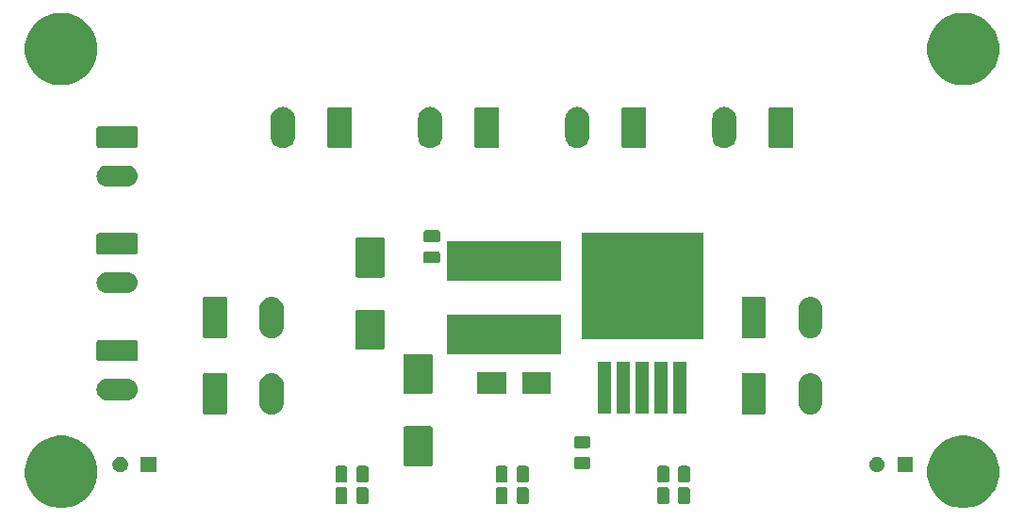
<source format=gbr>
G04 #@! TF.GenerationSoftware,KiCad,Pcbnew,(5.1.4)-1*
G04 #@! TF.CreationDate,2020-03-23T02:46:53+01:00*
G04 #@! TF.ProjectId,dispatch,64697370-6174-4636-982e-6b696361645f,rev?*
G04 #@! TF.SameCoordinates,Original*
G04 #@! TF.FileFunction,Soldermask,Top*
G04 #@! TF.FilePolarity,Negative*
%FSLAX46Y46*%
G04 Gerber Fmt 4.6, Leading zero omitted, Abs format (unit mm)*
G04 Created by KiCad (PCBNEW (5.1.4)-1) date 2020-03-23 02:46:53*
%MOMM*%
%LPD*%
G04 APERTURE LIST*
%ADD10C,0.100000*%
G04 APERTURE END LIST*
D10*
G36*
X54008088Y-88286374D02*
G01*
X54448282Y-88373934D01*
X55039926Y-88619001D01*
X55572392Y-88974784D01*
X56025216Y-89427608D01*
X56380999Y-89960074D01*
X56626066Y-90551718D01*
X56626066Y-90551719D01*
X56745098Y-91150130D01*
X56751000Y-91179804D01*
X56751000Y-91820196D01*
X56626066Y-92448282D01*
X56380999Y-93039926D01*
X56025216Y-93572392D01*
X55572392Y-94025216D01*
X55039926Y-94380999D01*
X54448282Y-94626066D01*
X54134239Y-94688533D01*
X53820197Y-94751000D01*
X53179803Y-94751000D01*
X52865761Y-94688533D01*
X52551718Y-94626066D01*
X51960074Y-94380999D01*
X51427608Y-94025216D01*
X50974784Y-93572392D01*
X50619001Y-93039926D01*
X50373934Y-92448282D01*
X50249000Y-91820196D01*
X50249000Y-91179804D01*
X50254903Y-91150130D01*
X50373934Y-90551719D01*
X50373934Y-90551718D01*
X50619001Y-89960074D01*
X50974784Y-89427608D01*
X51427608Y-88974784D01*
X51960074Y-88619001D01*
X52551718Y-88373934D01*
X52991912Y-88286374D01*
X53179803Y-88249000D01*
X53820197Y-88249000D01*
X54008088Y-88286374D01*
X54008088Y-88286374D01*
G37*
G36*
X135008088Y-88286374D02*
G01*
X135448282Y-88373934D01*
X136039926Y-88619001D01*
X136572392Y-88974784D01*
X137025216Y-89427608D01*
X137380999Y-89960074D01*
X137626066Y-90551718D01*
X137626066Y-90551719D01*
X137745098Y-91150130D01*
X137751000Y-91179804D01*
X137751000Y-91820196D01*
X137626066Y-92448282D01*
X137380999Y-93039926D01*
X137025216Y-93572392D01*
X136572392Y-94025216D01*
X136039926Y-94380999D01*
X135448282Y-94626066D01*
X135134239Y-94688533D01*
X134820197Y-94751000D01*
X134179803Y-94751000D01*
X133865761Y-94688533D01*
X133551718Y-94626066D01*
X132960074Y-94380999D01*
X132427608Y-94025216D01*
X131974784Y-93572392D01*
X131619001Y-93039926D01*
X131373934Y-92448282D01*
X131249000Y-91820196D01*
X131249000Y-91179804D01*
X131254903Y-91150130D01*
X131373934Y-90551719D01*
X131373934Y-90551718D01*
X131619001Y-89960074D01*
X131974784Y-89427608D01*
X132427608Y-88974784D01*
X132960074Y-88619001D01*
X133551718Y-88373934D01*
X133991912Y-88286374D01*
X134179803Y-88249000D01*
X134820197Y-88249000D01*
X135008088Y-88286374D01*
X135008088Y-88286374D01*
G37*
G36*
X109792868Y-92896965D02*
G01*
X109831538Y-92908696D01*
X109867177Y-92927746D01*
X109898417Y-92953383D01*
X109924054Y-92984623D01*
X109943104Y-93020262D01*
X109954835Y-93058932D01*
X109959400Y-93105288D01*
X109959400Y-94181512D01*
X109954835Y-94227868D01*
X109943104Y-94266538D01*
X109924054Y-94302177D01*
X109898417Y-94333417D01*
X109867177Y-94359054D01*
X109831538Y-94378104D01*
X109792868Y-94389835D01*
X109746512Y-94394400D01*
X109095288Y-94394400D01*
X109048932Y-94389835D01*
X109010262Y-94378104D01*
X108974623Y-94359054D01*
X108943383Y-94333417D01*
X108917746Y-94302177D01*
X108898696Y-94266538D01*
X108886965Y-94227868D01*
X108882400Y-94181512D01*
X108882400Y-93105288D01*
X108886965Y-93058932D01*
X108898696Y-93020262D01*
X108917746Y-92984623D01*
X108943383Y-92953383D01*
X108974623Y-92927746D01*
X109010262Y-92908696D01*
X109048932Y-92896965D01*
X109095288Y-92892400D01*
X109746512Y-92892400D01*
X109792868Y-92896965D01*
X109792868Y-92896965D01*
G37*
G36*
X93434468Y-92896965D02*
G01*
X93473138Y-92908696D01*
X93508777Y-92927746D01*
X93540017Y-92953383D01*
X93565654Y-92984623D01*
X93584704Y-93020262D01*
X93596435Y-93058932D01*
X93601000Y-93105288D01*
X93601000Y-94181512D01*
X93596435Y-94227868D01*
X93584704Y-94266538D01*
X93565654Y-94302177D01*
X93540017Y-94333417D01*
X93508777Y-94359054D01*
X93473138Y-94378104D01*
X93434468Y-94389835D01*
X93388112Y-94394400D01*
X92736888Y-94394400D01*
X92690532Y-94389835D01*
X92651862Y-94378104D01*
X92616223Y-94359054D01*
X92584983Y-94333417D01*
X92559346Y-94302177D01*
X92540296Y-94266538D01*
X92528565Y-94227868D01*
X92524000Y-94181512D01*
X92524000Y-93105288D01*
X92528565Y-93058932D01*
X92540296Y-93020262D01*
X92559346Y-92984623D01*
X92584983Y-92953383D01*
X92616223Y-92927746D01*
X92651862Y-92908696D01*
X92690532Y-92896965D01*
X92736888Y-92892400D01*
X93388112Y-92892400D01*
X93434468Y-92896965D01*
X93434468Y-92896965D01*
G37*
G36*
X80914468Y-92896965D02*
G01*
X80953138Y-92908696D01*
X80988777Y-92927746D01*
X81020017Y-92953383D01*
X81045654Y-92984623D01*
X81064704Y-93020262D01*
X81076435Y-93058932D01*
X81081000Y-93105288D01*
X81081000Y-94181512D01*
X81076435Y-94227868D01*
X81064704Y-94266538D01*
X81045654Y-94302177D01*
X81020017Y-94333417D01*
X80988777Y-94359054D01*
X80953138Y-94378104D01*
X80914468Y-94389835D01*
X80868112Y-94394400D01*
X80216888Y-94394400D01*
X80170532Y-94389835D01*
X80131862Y-94378104D01*
X80096223Y-94359054D01*
X80064983Y-94333417D01*
X80039346Y-94302177D01*
X80020296Y-94266538D01*
X80008565Y-94227868D01*
X80004000Y-94181512D01*
X80004000Y-93105288D01*
X80008565Y-93058932D01*
X80020296Y-93020262D01*
X80039346Y-92984623D01*
X80064983Y-92953383D01*
X80096223Y-92927746D01*
X80131862Y-92908696D01*
X80170532Y-92896965D01*
X80216888Y-92892400D01*
X80868112Y-92892400D01*
X80914468Y-92896965D01*
X80914468Y-92896965D01*
G37*
G36*
X79039468Y-92896965D02*
G01*
X79078138Y-92908696D01*
X79113777Y-92927746D01*
X79145017Y-92953383D01*
X79170654Y-92984623D01*
X79189704Y-93020262D01*
X79201435Y-93058932D01*
X79206000Y-93105288D01*
X79206000Y-94181512D01*
X79201435Y-94227868D01*
X79189704Y-94266538D01*
X79170654Y-94302177D01*
X79145017Y-94333417D01*
X79113777Y-94359054D01*
X79078138Y-94378104D01*
X79039468Y-94389835D01*
X78993112Y-94394400D01*
X78341888Y-94394400D01*
X78295532Y-94389835D01*
X78256862Y-94378104D01*
X78221223Y-94359054D01*
X78189983Y-94333417D01*
X78164346Y-94302177D01*
X78145296Y-94266538D01*
X78133565Y-94227868D01*
X78129000Y-94181512D01*
X78129000Y-93105288D01*
X78133565Y-93058932D01*
X78145296Y-93020262D01*
X78164346Y-92984623D01*
X78189983Y-92953383D01*
X78221223Y-92927746D01*
X78256862Y-92908696D01*
X78295532Y-92896965D01*
X78341888Y-92892400D01*
X78993112Y-92892400D01*
X79039468Y-92896965D01*
X79039468Y-92896965D01*
G37*
G36*
X107917868Y-92896965D02*
G01*
X107956538Y-92908696D01*
X107992177Y-92927746D01*
X108023417Y-92953383D01*
X108049054Y-92984623D01*
X108068104Y-93020262D01*
X108079835Y-93058932D01*
X108084400Y-93105288D01*
X108084400Y-94181512D01*
X108079835Y-94227868D01*
X108068104Y-94266538D01*
X108049054Y-94302177D01*
X108023417Y-94333417D01*
X107992177Y-94359054D01*
X107956538Y-94378104D01*
X107917868Y-94389835D01*
X107871512Y-94394400D01*
X107220288Y-94394400D01*
X107173932Y-94389835D01*
X107135262Y-94378104D01*
X107099623Y-94359054D01*
X107068383Y-94333417D01*
X107042746Y-94302177D01*
X107023696Y-94266538D01*
X107011965Y-94227868D01*
X107007400Y-94181512D01*
X107007400Y-93105288D01*
X107011965Y-93058932D01*
X107023696Y-93020262D01*
X107042746Y-92984623D01*
X107068383Y-92953383D01*
X107099623Y-92927746D01*
X107135262Y-92908696D01*
X107173932Y-92896965D01*
X107220288Y-92892400D01*
X107871512Y-92892400D01*
X107917868Y-92896965D01*
X107917868Y-92896965D01*
G37*
G36*
X95309468Y-92896965D02*
G01*
X95348138Y-92908696D01*
X95383777Y-92927746D01*
X95415017Y-92953383D01*
X95440654Y-92984623D01*
X95459704Y-93020262D01*
X95471435Y-93058932D01*
X95476000Y-93105288D01*
X95476000Y-94181512D01*
X95471435Y-94227868D01*
X95459704Y-94266538D01*
X95440654Y-94302177D01*
X95415017Y-94333417D01*
X95383777Y-94359054D01*
X95348138Y-94378104D01*
X95309468Y-94389835D01*
X95263112Y-94394400D01*
X94611888Y-94394400D01*
X94565532Y-94389835D01*
X94526862Y-94378104D01*
X94491223Y-94359054D01*
X94459983Y-94333417D01*
X94434346Y-94302177D01*
X94415296Y-94266538D01*
X94403565Y-94227868D01*
X94399000Y-94181512D01*
X94399000Y-93105288D01*
X94403565Y-93058932D01*
X94415296Y-93020262D01*
X94434346Y-92984623D01*
X94459983Y-92953383D01*
X94491223Y-92927746D01*
X94526862Y-92908696D01*
X94565532Y-92896965D01*
X94611888Y-92892400D01*
X95263112Y-92892400D01*
X95309468Y-92896965D01*
X95309468Y-92896965D01*
G37*
G36*
X93434468Y-90966565D02*
G01*
X93473138Y-90978296D01*
X93508777Y-90997346D01*
X93540017Y-91022983D01*
X93565654Y-91054223D01*
X93584704Y-91089862D01*
X93596435Y-91128532D01*
X93601000Y-91174888D01*
X93601000Y-92251112D01*
X93596435Y-92297468D01*
X93584704Y-92336138D01*
X93565654Y-92371777D01*
X93540017Y-92403017D01*
X93508777Y-92428654D01*
X93473138Y-92447704D01*
X93434468Y-92459435D01*
X93388112Y-92464000D01*
X92736888Y-92464000D01*
X92690532Y-92459435D01*
X92651862Y-92447704D01*
X92616223Y-92428654D01*
X92584983Y-92403017D01*
X92559346Y-92371777D01*
X92540296Y-92336138D01*
X92528565Y-92297468D01*
X92524000Y-92251112D01*
X92524000Y-91174888D01*
X92528565Y-91128532D01*
X92540296Y-91089862D01*
X92559346Y-91054223D01*
X92584983Y-91022983D01*
X92616223Y-90997346D01*
X92651862Y-90978296D01*
X92690532Y-90966565D01*
X92736888Y-90962000D01*
X93388112Y-90962000D01*
X93434468Y-90966565D01*
X93434468Y-90966565D01*
G37*
G36*
X95309468Y-90966565D02*
G01*
X95348138Y-90978296D01*
X95383777Y-90997346D01*
X95415017Y-91022983D01*
X95440654Y-91054223D01*
X95459704Y-91089862D01*
X95471435Y-91128532D01*
X95476000Y-91174888D01*
X95476000Y-92251112D01*
X95471435Y-92297468D01*
X95459704Y-92336138D01*
X95440654Y-92371777D01*
X95415017Y-92403017D01*
X95383777Y-92428654D01*
X95348138Y-92447704D01*
X95309468Y-92459435D01*
X95263112Y-92464000D01*
X94611888Y-92464000D01*
X94565532Y-92459435D01*
X94526862Y-92447704D01*
X94491223Y-92428654D01*
X94459983Y-92403017D01*
X94434346Y-92371777D01*
X94415296Y-92336138D01*
X94403565Y-92297468D01*
X94399000Y-92251112D01*
X94399000Y-91174888D01*
X94403565Y-91128532D01*
X94415296Y-91089862D01*
X94434346Y-91054223D01*
X94459983Y-91022983D01*
X94491223Y-90997346D01*
X94526862Y-90978296D01*
X94565532Y-90966565D01*
X94611888Y-90962000D01*
X95263112Y-90962000D01*
X95309468Y-90966565D01*
X95309468Y-90966565D01*
G37*
G36*
X80914468Y-90966565D02*
G01*
X80953138Y-90978296D01*
X80988777Y-90997346D01*
X81020017Y-91022983D01*
X81045654Y-91054223D01*
X81064704Y-91089862D01*
X81076435Y-91128532D01*
X81081000Y-91174888D01*
X81081000Y-92251112D01*
X81076435Y-92297468D01*
X81064704Y-92336138D01*
X81045654Y-92371777D01*
X81020017Y-92403017D01*
X80988777Y-92428654D01*
X80953138Y-92447704D01*
X80914468Y-92459435D01*
X80868112Y-92464000D01*
X80216888Y-92464000D01*
X80170532Y-92459435D01*
X80131862Y-92447704D01*
X80096223Y-92428654D01*
X80064983Y-92403017D01*
X80039346Y-92371777D01*
X80020296Y-92336138D01*
X80008565Y-92297468D01*
X80004000Y-92251112D01*
X80004000Y-91174888D01*
X80008565Y-91128532D01*
X80020296Y-91089862D01*
X80039346Y-91054223D01*
X80064983Y-91022983D01*
X80096223Y-90997346D01*
X80131862Y-90978296D01*
X80170532Y-90966565D01*
X80216888Y-90962000D01*
X80868112Y-90962000D01*
X80914468Y-90966565D01*
X80914468Y-90966565D01*
G37*
G36*
X79039468Y-90966565D02*
G01*
X79078138Y-90978296D01*
X79113777Y-90997346D01*
X79145017Y-91022983D01*
X79170654Y-91054223D01*
X79189704Y-91089862D01*
X79201435Y-91128532D01*
X79206000Y-91174888D01*
X79206000Y-92251112D01*
X79201435Y-92297468D01*
X79189704Y-92336138D01*
X79170654Y-92371777D01*
X79145017Y-92403017D01*
X79113777Y-92428654D01*
X79078138Y-92447704D01*
X79039468Y-92459435D01*
X78993112Y-92464000D01*
X78341888Y-92464000D01*
X78295532Y-92459435D01*
X78256862Y-92447704D01*
X78221223Y-92428654D01*
X78189983Y-92403017D01*
X78164346Y-92371777D01*
X78145296Y-92336138D01*
X78133565Y-92297468D01*
X78129000Y-92251112D01*
X78129000Y-91174888D01*
X78133565Y-91128532D01*
X78145296Y-91089862D01*
X78164346Y-91054223D01*
X78189983Y-91022983D01*
X78221223Y-90997346D01*
X78256862Y-90978296D01*
X78295532Y-90966565D01*
X78341888Y-90962000D01*
X78993112Y-90962000D01*
X79039468Y-90966565D01*
X79039468Y-90966565D01*
G37*
G36*
X109795168Y-90966565D02*
G01*
X109833838Y-90978296D01*
X109869477Y-90997346D01*
X109900717Y-91022983D01*
X109926354Y-91054223D01*
X109945404Y-91089862D01*
X109957135Y-91128532D01*
X109961700Y-91174888D01*
X109961700Y-92251112D01*
X109957135Y-92297468D01*
X109945404Y-92336138D01*
X109926354Y-92371777D01*
X109900717Y-92403017D01*
X109869477Y-92428654D01*
X109833838Y-92447704D01*
X109795168Y-92459435D01*
X109748812Y-92464000D01*
X109097588Y-92464000D01*
X109051232Y-92459435D01*
X109012562Y-92447704D01*
X108976923Y-92428654D01*
X108945683Y-92403017D01*
X108920046Y-92371777D01*
X108900996Y-92336138D01*
X108889265Y-92297468D01*
X108884700Y-92251112D01*
X108884700Y-91174888D01*
X108889265Y-91128532D01*
X108900996Y-91089862D01*
X108920046Y-91054223D01*
X108945683Y-91022983D01*
X108976923Y-90997346D01*
X109012562Y-90978296D01*
X109051232Y-90966565D01*
X109097588Y-90962000D01*
X109748812Y-90962000D01*
X109795168Y-90966565D01*
X109795168Y-90966565D01*
G37*
G36*
X107920168Y-90966565D02*
G01*
X107958838Y-90978296D01*
X107994477Y-90997346D01*
X108025717Y-91022983D01*
X108051354Y-91054223D01*
X108070404Y-91089862D01*
X108082135Y-91128532D01*
X108086700Y-91174888D01*
X108086700Y-92251112D01*
X108082135Y-92297468D01*
X108070404Y-92336138D01*
X108051354Y-92371777D01*
X108025717Y-92403017D01*
X107994477Y-92428654D01*
X107958838Y-92447704D01*
X107920168Y-92459435D01*
X107873812Y-92464000D01*
X107222588Y-92464000D01*
X107176232Y-92459435D01*
X107137562Y-92447704D01*
X107101923Y-92428654D01*
X107070683Y-92403017D01*
X107045046Y-92371777D01*
X107025996Y-92336138D01*
X107014265Y-92297468D01*
X107009700Y-92251112D01*
X107009700Y-91174888D01*
X107014265Y-91128532D01*
X107025996Y-91089862D01*
X107045046Y-91054223D01*
X107070683Y-91022983D01*
X107101923Y-90997346D01*
X107137562Y-90978296D01*
X107176232Y-90966565D01*
X107222588Y-90962000D01*
X107873812Y-90962000D01*
X107920168Y-90966565D01*
X107920168Y-90966565D01*
G37*
G36*
X129974500Y-91512500D02*
G01*
X128597500Y-91512500D01*
X128597500Y-90135500D01*
X129974500Y-90135500D01*
X129974500Y-91512500D01*
X129974500Y-91512500D01*
G37*
G36*
X126946825Y-90161958D02*
G01*
X126946827Y-90161959D01*
X126946828Y-90161959D01*
X127009478Y-90187910D01*
X127072130Y-90213861D01*
X127164922Y-90275863D01*
X127184893Y-90289207D01*
X127280793Y-90385107D01*
X127280795Y-90385110D01*
X127356139Y-90497870D01*
X127408042Y-90623175D01*
X127434500Y-90756187D01*
X127434500Y-90891813D01*
X127408042Y-91024825D01*
X127356139Y-91150130D01*
X127301936Y-91231250D01*
X127280793Y-91262893D01*
X127184893Y-91358793D01*
X127184890Y-91358795D01*
X127072130Y-91434139D01*
X127009477Y-91460091D01*
X126946828Y-91486041D01*
X126946827Y-91486041D01*
X126946825Y-91486042D01*
X126813813Y-91512500D01*
X126678187Y-91512500D01*
X126545175Y-91486042D01*
X126545173Y-91486041D01*
X126545172Y-91486041D01*
X126482523Y-91460091D01*
X126419870Y-91434139D01*
X126307110Y-91358795D01*
X126307107Y-91358793D01*
X126211207Y-91262893D01*
X126190064Y-91231250D01*
X126135861Y-91150130D01*
X126083958Y-91024825D01*
X126057500Y-90891813D01*
X126057500Y-90756187D01*
X126083958Y-90623175D01*
X126135861Y-90497870D01*
X126211205Y-90385110D01*
X126211207Y-90385107D01*
X126307107Y-90289207D01*
X126327078Y-90275863D01*
X126419870Y-90213861D01*
X126482522Y-90187910D01*
X126545172Y-90161959D01*
X126545173Y-90161959D01*
X126545175Y-90161958D01*
X126678187Y-90135500D01*
X126813813Y-90135500D01*
X126946825Y-90161958D01*
X126946825Y-90161958D01*
G37*
G36*
X59001825Y-90161958D02*
G01*
X59001827Y-90161959D01*
X59001828Y-90161959D01*
X59064478Y-90187910D01*
X59127130Y-90213861D01*
X59219922Y-90275863D01*
X59239893Y-90289207D01*
X59335793Y-90385107D01*
X59335795Y-90385110D01*
X59411139Y-90497870D01*
X59463042Y-90623175D01*
X59489500Y-90756187D01*
X59489500Y-90891813D01*
X59463042Y-91024825D01*
X59411139Y-91150130D01*
X59356936Y-91231250D01*
X59335793Y-91262893D01*
X59239893Y-91358793D01*
X59239890Y-91358795D01*
X59127130Y-91434139D01*
X59064477Y-91460091D01*
X59001828Y-91486041D01*
X59001827Y-91486041D01*
X59001825Y-91486042D01*
X58868813Y-91512500D01*
X58733187Y-91512500D01*
X58600175Y-91486042D01*
X58600173Y-91486041D01*
X58600172Y-91486041D01*
X58537523Y-91460091D01*
X58474870Y-91434139D01*
X58362110Y-91358795D01*
X58362107Y-91358793D01*
X58266207Y-91262893D01*
X58245064Y-91231250D01*
X58190861Y-91150130D01*
X58138958Y-91024825D01*
X58112500Y-90891813D01*
X58112500Y-90756187D01*
X58138958Y-90623175D01*
X58190861Y-90497870D01*
X58266205Y-90385110D01*
X58266207Y-90385107D01*
X58362107Y-90289207D01*
X58382078Y-90275863D01*
X58474870Y-90213861D01*
X58537522Y-90187910D01*
X58600172Y-90161959D01*
X58600173Y-90161959D01*
X58600175Y-90161958D01*
X58733187Y-90135500D01*
X58868813Y-90135500D01*
X59001825Y-90161958D01*
X59001825Y-90161958D01*
G37*
G36*
X62029500Y-91512500D02*
G01*
X60652500Y-91512500D01*
X60652500Y-90135500D01*
X62029500Y-90135500D01*
X62029500Y-91512500D01*
X62029500Y-91512500D01*
G37*
G36*
X100863668Y-90160765D02*
G01*
X100902338Y-90172496D01*
X100937977Y-90191546D01*
X100969217Y-90217183D01*
X100994854Y-90248423D01*
X101013904Y-90284062D01*
X101025635Y-90322732D01*
X101030200Y-90369088D01*
X101030200Y-91020312D01*
X101025635Y-91066668D01*
X101013904Y-91105338D01*
X100994854Y-91140977D01*
X100969217Y-91172217D01*
X100937977Y-91197854D01*
X100902338Y-91216904D01*
X100863668Y-91228635D01*
X100817312Y-91233200D01*
X99741088Y-91233200D01*
X99694732Y-91228635D01*
X99656062Y-91216904D01*
X99620423Y-91197854D01*
X99589183Y-91172217D01*
X99563546Y-91140977D01*
X99544496Y-91105338D01*
X99532765Y-91066668D01*
X99528200Y-91020312D01*
X99528200Y-90369088D01*
X99532765Y-90322732D01*
X99544496Y-90284062D01*
X99563546Y-90248423D01*
X99589183Y-90217183D01*
X99620423Y-90191546D01*
X99656062Y-90172496D01*
X99694732Y-90160765D01*
X99741088Y-90156200D01*
X100817312Y-90156200D01*
X100863668Y-90160765D01*
X100863668Y-90160765D01*
G37*
G36*
X86719134Y-87399871D02*
G01*
X86749077Y-87408954D01*
X86776665Y-87423700D01*
X86800851Y-87443549D01*
X86820700Y-87467735D01*
X86835446Y-87495323D01*
X86844529Y-87525266D01*
X86848200Y-87562540D01*
X86848200Y-90831860D01*
X86844529Y-90869134D01*
X86835446Y-90899077D01*
X86820700Y-90926665D01*
X86800851Y-90950851D01*
X86776665Y-90970700D01*
X86749077Y-90985446D01*
X86719134Y-90994529D01*
X86681860Y-90998200D01*
X84412540Y-90998200D01*
X84375266Y-90994529D01*
X84345323Y-90985446D01*
X84317735Y-90970700D01*
X84293549Y-90950851D01*
X84273700Y-90926665D01*
X84258954Y-90899077D01*
X84249871Y-90869134D01*
X84246200Y-90831860D01*
X84246200Y-87562540D01*
X84249871Y-87525266D01*
X84258954Y-87495323D01*
X84273700Y-87467735D01*
X84293549Y-87443549D01*
X84317735Y-87423700D01*
X84345323Y-87408954D01*
X84375266Y-87399871D01*
X84412540Y-87396200D01*
X86681860Y-87396200D01*
X86719134Y-87399871D01*
X86719134Y-87399871D01*
G37*
G36*
X100863668Y-88285765D02*
G01*
X100902338Y-88297496D01*
X100937977Y-88316546D01*
X100969217Y-88342183D01*
X100994854Y-88373423D01*
X101013904Y-88409062D01*
X101025635Y-88447732D01*
X101030200Y-88494088D01*
X101030200Y-89145312D01*
X101025635Y-89191668D01*
X101013904Y-89230338D01*
X100994854Y-89265977D01*
X100969217Y-89297217D01*
X100937977Y-89322854D01*
X100902338Y-89341904D01*
X100863668Y-89353635D01*
X100817312Y-89358200D01*
X99741088Y-89358200D01*
X99694732Y-89353635D01*
X99656062Y-89341904D01*
X99620423Y-89322854D01*
X99589183Y-89297217D01*
X99563546Y-89265977D01*
X99544496Y-89230338D01*
X99532765Y-89191668D01*
X99528200Y-89145312D01*
X99528200Y-88494088D01*
X99532765Y-88447732D01*
X99544496Y-88409062D01*
X99563546Y-88373423D01*
X99589183Y-88342183D01*
X99620423Y-88316546D01*
X99656062Y-88297496D01*
X99694732Y-88285765D01*
X99741088Y-88281200D01*
X100817312Y-88281200D01*
X100863668Y-88285765D01*
X100863668Y-88285765D01*
G37*
G36*
X72603870Y-82638786D02*
G01*
X72714779Y-82672430D01*
X72805053Y-82699814D01*
X72809529Y-82701172D01*
X72966165Y-82784896D01*
X72999059Y-82802478D01*
X73165186Y-82938814D01*
X73301522Y-83104941D01*
X73301525Y-83104945D01*
X73402828Y-83294470D01*
X73465214Y-83500129D01*
X73481000Y-83660409D01*
X73481000Y-85287591D01*
X73465214Y-85447871D01*
X73402828Y-85653530D01*
X73301525Y-85843055D01*
X73301523Y-85843058D01*
X73301522Y-85843059D01*
X73165186Y-86009186D01*
X73037583Y-86113906D01*
X72999055Y-86145525D01*
X72809530Y-86246828D01*
X72809527Y-86246829D01*
X72798058Y-86250308D01*
X72603871Y-86309214D01*
X72390000Y-86330278D01*
X72176130Y-86309214D01*
X71981943Y-86250308D01*
X71970474Y-86246829D01*
X71970471Y-86246828D01*
X71780946Y-86145525D01*
X71742418Y-86113906D01*
X71614815Y-86009186D01*
X71478479Y-85843059D01*
X71478478Y-85843058D01*
X71478476Y-85843055D01*
X71377171Y-85653527D01*
X71314786Y-85447874D01*
X71299000Y-85287591D01*
X71299000Y-83660410D01*
X71314786Y-83500130D01*
X71377172Y-83294471D01*
X71478477Y-83104943D01*
X71478478Y-83104941D01*
X71614814Y-82938814D01*
X71780941Y-82802478D01*
X71780942Y-82802477D01*
X71780945Y-82802475D01*
X71970470Y-82701172D01*
X71974947Y-82699814D01*
X72065220Y-82672430D01*
X72176129Y-82638786D01*
X72390000Y-82617722D01*
X72603870Y-82638786D01*
X72603870Y-82638786D01*
G37*
G36*
X120990870Y-82638786D02*
G01*
X121101779Y-82672430D01*
X121192053Y-82699814D01*
X121196529Y-82701172D01*
X121353165Y-82784896D01*
X121386059Y-82802478D01*
X121552186Y-82938814D01*
X121688522Y-83104941D01*
X121688525Y-83104945D01*
X121789828Y-83294470D01*
X121852214Y-83500129D01*
X121868000Y-83660409D01*
X121868000Y-85287591D01*
X121852214Y-85447871D01*
X121789828Y-85653530D01*
X121688525Y-85843055D01*
X121688523Y-85843058D01*
X121688522Y-85843059D01*
X121552186Y-86009186D01*
X121424583Y-86113906D01*
X121386055Y-86145525D01*
X121196530Y-86246828D01*
X121196527Y-86246829D01*
X121185058Y-86250308D01*
X120990871Y-86309214D01*
X120777000Y-86330278D01*
X120563130Y-86309214D01*
X120368943Y-86250308D01*
X120357474Y-86246829D01*
X120357471Y-86246828D01*
X120167946Y-86145525D01*
X120129418Y-86113906D01*
X120001815Y-86009186D01*
X119865479Y-85843059D01*
X119865478Y-85843058D01*
X119865476Y-85843055D01*
X119764171Y-85653527D01*
X119701786Y-85447874D01*
X119686000Y-85287591D01*
X119686000Y-83660410D01*
X119701786Y-83500130D01*
X119764172Y-83294471D01*
X119865477Y-83104943D01*
X119865478Y-83104941D01*
X120001814Y-82938814D01*
X120167941Y-82802478D01*
X120167942Y-82802477D01*
X120167945Y-82802475D01*
X120357470Y-82701172D01*
X120361947Y-82699814D01*
X120452220Y-82672430D01*
X120563129Y-82638786D01*
X120777000Y-82617722D01*
X120990870Y-82638786D01*
X120990870Y-82638786D01*
G37*
G36*
X68266217Y-82626808D02*
G01*
X68297489Y-82636294D01*
X68326308Y-82651698D01*
X68351570Y-82672430D01*
X68372302Y-82697692D01*
X68387706Y-82726511D01*
X68397192Y-82757783D01*
X68401000Y-82796448D01*
X68401000Y-86151552D01*
X68397192Y-86190217D01*
X68387706Y-86221489D01*
X68372302Y-86250308D01*
X68351570Y-86275570D01*
X68326308Y-86296302D01*
X68297489Y-86311706D01*
X68266217Y-86321192D01*
X68227552Y-86325000D01*
X66392448Y-86325000D01*
X66353783Y-86321192D01*
X66322511Y-86311706D01*
X66293692Y-86296302D01*
X66268430Y-86275570D01*
X66247698Y-86250308D01*
X66232294Y-86221489D01*
X66222808Y-86190217D01*
X66219000Y-86151552D01*
X66219000Y-82796448D01*
X66222808Y-82757783D01*
X66232294Y-82726511D01*
X66247698Y-82697692D01*
X66268430Y-82672430D01*
X66293692Y-82651698D01*
X66322511Y-82636294D01*
X66353783Y-82626808D01*
X66392448Y-82623000D01*
X68227552Y-82623000D01*
X68266217Y-82626808D01*
X68266217Y-82626808D01*
G37*
G36*
X116653217Y-82626808D02*
G01*
X116684489Y-82636294D01*
X116713308Y-82651698D01*
X116738570Y-82672430D01*
X116759302Y-82697692D01*
X116774706Y-82726511D01*
X116784192Y-82757783D01*
X116788000Y-82796448D01*
X116788000Y-86151552D01*
X116784192Y-86190217D01*
X116774706Y-86221489D01*
X116759302Y-86250308D01*
X116738570Y-86275570D01*
X116713308Y-86296302D01*
X116684489Y-86311706D01*
X116653217Y-86321192D01*
X116614552Y-86325000D01*
X114779448Y-86325000D01*
X114740783Y-86321192D01*
X114709511Y-86311706D01*
X114680692Y-86296302D01*
X114655430Y-86275570D01*
X114634698Y-86250308D01*
X114619294Y-86221489D01*
X114609808Y-86190217D01*
X114606000Y-86151552D01*
X114606000Y-82796448D01*
X114609808Y-82757783D01*
X114619294Y-82726511D01*
X114634698Y-82697692D01*
X114655430Y-82672430D01*
X114680692Y-82651698D01*
X114709511Y-82636294D01*
X114740783Y-82626808D01*
X114779448Y-82623000D01*
X116614552Y-82623000D01*
X116653217Y-82626808D01*
X116653217Y-82626808D01*
G37*
G36*
X107977700Y-86300800D02*
G01*
X106775700Y-86300800D01*
X106775700Y-81598800D01*
X107977700Y-81598800D01*
X107977700Y-86300800D01*
X107977700Y-86300800D01*
G37*
G36*
X102877700Y-86300800D02*
G01*
X101675700Y-86300800D01*
X101675700Y-81598800D01*
X102877700Y-81598800D01*
X102877700Y-86300800D01*
X102877700Y-86300800D01*
G37*
G36*
X104577700Y-86300800D02*
G01*
X103375700Y-86300800D01*
X103375700Y-81598800D01*
X104577700Y-81598800D01*
X104577700Y-86300800D01*
X104577700Y-86300800D01*
G37*
G36*
X106277700Y-86300800D02*
G01*
X105075700Y-86300800D01*
X105075700Y-81598800D01*
X106277700Y-81598800D01*
X106277700Y-86300800D01*
X106277700Y-86300800D01*
G37*
G36*
X109677700Y-86300800D02*
G01*
X108475700Y-86300800D01*
X108475700Y-81598800D01*
X109677700Y-81598800D01*
X109677700Y-86300800D01*
X109677700Y-86300800D01*
G37*
G36*
X59613425Y-83163760D02*
G01*
X59613428Y-83163761D01*
X59613429Y-83163761D01*
X59792693Y-83218140D01*
X59792696Y-83218142D01*
X59792697Y-83218142D01*
X59957903Y-83306446D01*
X60102712Y-83425288D01*
X60221554Y-83570097D01*
X60309858Y-83735303D01*
X60309860Y-83735307D01*
X60364239Y-83914571D01*
X60364240Y-83914575D01*
X60382601Y-84101000D01*
X60364240Y-84287425D01*
X60364239Y-84287428D01*
X60364239Y-84287429D01*
X60309860Y-84466693D01*
X60309858Y-84466696D01*
X60309858Y-84466697D01*
X60221554Y-84631903D01*
X60102712Y-84776712D01*
X59957903Y-84895554D01*
X59792697Y-84983858D01*
X59792693Y-84983860D01*
X59613429Y-85038239D01*
X59613428Y-85038239D01*
X59613425Y-85038240D01*
X59473718Y-85052000D01*
X57580282Y-85052000D01*
X57440575Y-85038240D01*
X57440572Y-85038239D01*
X57440571Y-85038239D01*
X57261307Y-84983860D01*
X57261303Y-84983858D01*
X57096097Y-84895554D01*
X56951288Y-84776712D01*
X56832446Y-84631903D01*
X56744142Y-84466697D01*
X56744142Y-84466696D01*
X56744140Y-84466693D01*
X56689761Y-84287429D01*
X56689761Y-84287428D01*
X56689760Y-84287425D01*
X56671399Y-84101000D01*
X56689760Y-83914575D01*
X56689761Y-83914571D01*
X56744140Y-83735307D01*
X56744142Y-83735303D01*
X56832446Y-83570097D01*
X56951288Y-83425288D01*
X57096097Y-83306446D01*
X57261303Y-83218142D01*
X57261304Y-83218142D01*
X57261307Y-83218140D01*
X57440571Y-83163761D01*
X57440572Y-83163761D01*
X57440575Y-83163760D01*
X57580282Y-83150000D01*
X59473718Y-83150000D01*
X59613425Y-83163760D01*
X59613425Y-83163760D01*
G37*
G36*
X86719134Y-80899871D02*
G01*
X86749077Y-80908954D01*
X86776665Y-80923700D01*
X86800851Y-80943549D01*
X86820700Y-80967735D01*
X86835446Y-80995323D01*
X86844529Y-81025266D01*
X86848200Y-81062540D01*
X86848200Y-84331860D01*
X86844529Y-84369134D01*
X86835446Y-84399077D01*
X86820700Y-84426665D01*
X86800851Y-84450851D01*
X86776665Y-84470700D01*
X86749077Y-84485446D01*
X86719134Y-84494529D01*
X86681860Y-84498200D01*
X84412540Y-84498200D01*
X84375266Y-84494529D01*
X84345323Y-84485446D01*
X84317735Y-84470700D01*
X84293549Y-84450851D01*
X84273700Y-84426665D01*
X84258954Y-84399077D01*
X84249871Y-84369134D01*
X84246200Y-84331860D01*
X84246200Y-81062540D01*
X84249871Y-81025266D01*
X84258954Y-80995323D01*
X84273700Y-80967735D01*
X84293549Y-80943549D01*
X84317735Y-80923700D01*
X84345323Y-80908954D01*
X84375266Y-80899871D01*
X84412540Y-80896200D01*
X86681860Y-80896200D01*
X86719134Y-80899871D01*
X86719134Y-80899871D01*
G37*
G36*
X93484200Y-84459800D02*
G01*
X90882200Y-84459800D01*
X90882200Y-82557800D01*
X93484200Y-82557800D01*
X93484200Y-84459800D01*
X93484200Y-84459800D01*
G37*
G36*
X97484200Y-84459800D02*
G01*
X94882200Y-84459800D01*
X94882200Y-82557800D01*
X97484200Y-82557800D01*
X97484200Y-84459800D01*
X97484200Y-84459800D01*
G37*
G36*
X60237915Y-79653934D02*
G01*
X60270424Y-79663795D01*
X60300382Y-79679809D01*
X60326641Y-79701359D01*
X60348191Y-79727618D01*
X60364205Y-79757576D01*
X60374066Y-79790085D01*
X60378000Y-79830029D01*
X60378000Y-81371971D01*
X60374066Y-81411915D01*
X60364205Y-81444424D01*
X60348191Y-81474382D01*
X60326641Y-81500641D01*
X60300382Y-81522191D01*
X60270424Y-81538205D01*
X60237915Y-81548066D01*
X60197971Y-81552000D01*
X56856029Y-81552000D01*
X56816085Y-81548066D01*
X56783576Y-81538205D01*
X56753618Y-81522191D01*
X56727359Y-81500641D01*
X56705809Y-81474382D01*
X56689795Y-81444424D01*
X56679934Y-81411915D01*
X56676000Y-81371971D01*
X56676000Y-79830029D01*
X56679934Y-79790085D01*
X56689795Y-79757576D01*
X56705809Y-79727618D01*
X56727359Y-79701359D01*
X56753618Y-79679809D01*
X56783576Y-79663795D01*
X56816085Y-79653934D01*
X56856029Y-79650000D01*
X60197971Y-79650000D01*
X60237915Y-79653934D01*
X60237915Y-79653934D01*
G37*
G36*
X98419800Y-80939000D02*
G01*
X88117800Y-80939000D01*
X88117800Y-77337000D01*
X98419800Y-77337000D01*
X98419800Y-80939000D01*
X98419800Y-80939000D01*
G37*
G36*
X82401134Y-76935071D02*
G01*
X82431077Y-76944154D01*
X82458665Y-76958900D01*
X82482851Y-76978749D01*
X82502700Y-77002935D01*
X82517446Y-77030523D01*
X82526529Y-77060466D01*
X82530200Y-77097740D01*
X82530200Y-80367060D01*
X82526529Y-80404334D01*
X82517446Y-80434277D01*
X82502700Y-80461865D01*
X82482851Y-80486051D01*
X82458665Y-80505900D01*
X82431077Y-80520646D01*
X82401134Y-80529729D01*
X82363860Y-80533400D01*
X80094540Y-80533400D01*
X80057266Y-80529729D01*
X80027323Y-80520646D01*
X79999735Y-80505900D01*
X79975549Y-80486051D01*
X79955700Y-80461865D01*
X79940954Y-80434277D01*
X79931871Y-80404334D01*
X79928200Y-80367060D01*
X79928200Y-77097740D01*
X79931871Y-77060466D01*
X79940954Y-77030523D01*
X79955700Y-77002935D01*
X79975549Y-76978749D01*
X79999735Y-76958900D01*
X80027323Y-76944154D01*
X80057266Y-76935071D01*
X80094540Y-76931400D01*
X82363860Y-76931400D01*
X82401134Y-76935071D01*
X82401134Y-76935071D01*
G37*
G36*
X111127700Y-79550800D02*
G01*
X100225700Y-79550800D01*
X100225700Y-70048800D01*
X111127700Y-70048800D01*
X111127700Y-79550800D01*
X111127700Y-79550800D01*
G37*
G36*
X72603870Y-75780786D02*
G01*
X72714779Y-75814430D01*
X72805053Y-75841814D01*
X72809529Y-75843172D01*
X72966165Y-75926896D01*
X72999059Y-75944478D01*
X73165186Y-76080814D01*
X73301522Y-76246941D01*
X73301525Y-76246945D01*
X73402828Y-76436470D01*
X73465214Y-76642129D01*
X73481000Y-76802409D01*
X73481000Y-78429591D01*
X73465214Y-78589871D01*
X73402828Y-78795530D01*
X73301525Y-78985055D01*
X73301523Y-78985058D01*
X73301522Y-78985059D01*
X73165186Y-79151186D01*
X73037583Y-79255906D01*
X72999055Y-79287525D01*
X72809530Y-79388828D01*
X72809527Y-79388829D01*
X72798058Y-79392308D01*
X72603871Y-79451214D01*
X72390000Y-79472278D01*
X72176130Y-79451214D01*
X71981943Y-79392308D01*
X71970474Y-79388829D01*
X71970471Y-79388828D01*
X71780946Y-79287525D01*
X71742418Y-79255906D01*
X71614815Y-79151186D01*
X71478479Y-78985059D01*
X71478478Y-78985058D01*
X71478476Y-78985055D01*
X71377171Y-78795527D01*
X71314786Y-78589874D01*
X71299000Y-78429591D01*
X71299000Y-76802410D01*
X71314786Y-76642130D01*
X71377172Y-76436471D01*
X71478477Y-76246943D01*
X71478478Y-76246941D01*
X71614814Y-76080814D01*
X71780941Y-75944478D01*
X71780942Y-75944477D01*
X71780945Y-75944475D01*
X71970470Y-75843172D01*
X71974947Y-75841814D01*
X72065220Y-75814430D01*
X72176129Y-75780786D01*
X72390000Y-75759722D01*
X72603870Y-75780786D01*
X72603870Y-75780786D01*
G37*
G36*
X120990870Y-75780786D02*
G01*
X121101779Y-75814430D01*
X121192053Y-75841814D01*
X121196529Y-75843172D01*
X121353165Y-75926896D01*
X121386059Y-75944478D01*
X121552186Y-76080814D01*
X121688522Y-76246941D01*
X121688525Y-76246945D01*
X121789828Y-76436470D01*
X121852214Y-76642129D01*
X121868000Y-76802409D01*
X121868000Y-78429591D01*
X121852214Y-78589871D01*
X121789828Y-78795530D01*
X121688525Y-78985055D01*
X121688523Y-78985058D01*
X121688522Y-78985059D01*
X121552186Y-79151186D01*
X121424583Y-79255906D01*
X121386055Y-79287525D01*
X121196530Y-79388828D01*
X121196527Y-79388829D01*
X121185058Y-79392308D01*
X120990871Y-79451214D01*
X120777000Y-79472278D01*
X120563130Y-79451214D01*
X120368943Y-79392308D01*
X120357474Y-79388829D01*
X120357471Y-79388828D01*
X120167946Y-79287525D01*
X120129418Y-79255906D01*
X120001815Y-79151186D01*
X119865479Y-78985059D01*
X119865478Y-78985058D01*
X119865476Y-78985055D01*
X119764171Y-78795527D01*
X119701786Y-78589874D01*
X119686000Y-78429591D01*
X119686000Y-76802410D01*
X119701786Y-76642130D01*
X119764172Y-76436471D01*
X119865477Y-76246943D01*
X119865478Y-76246941D01*
X120001814Y-76080814D01*
X120167941Y-75944478D01*
X120167942Y-75944477D01*
X120167945Y-75944475D01*
X120357470Y-75843172D01*
X120361947Y-75841814D01*
X120452220Y-75814430D01*
X120563129Y-75780786D01*
X120777000Y-75759722D01*
X120990870Y-75780786D01*
X120990870Y-75780786D01*
G37*
G36*
X116653217Y-75768808D02*
G01*
X116684489Y-75778294D01*
X116713308Y-75793698D01*
X116738570Y-75814430D01*
X116759302Y-75839692D01*
X116774706Y-75868511D01*
X116784192Y-75899783D01*
X116788000Y-75938448D01*
X116788000Y-79293552D01*
X116784192Y-79332217D01*
X116774706Y-79363489D01*
X116759302Y-79392308D01*
X116738570Y-79417570D01*
X116713308Y-79438302D01*
X116684489Y-79453706D01*
X116653217Y-79463192D01*
X116614552Y-79467000D01*
X114779448Y-79467000D01*
X114740783Y-79463192D01*
X114709511Y-79453706D01*
X114680692Y-79438302D01*
X114655430Y-79417570D01*
X114634698Y-79392308D01*
X114619294Y-79363489D01*
X114609808Y-79332217D01*
X114606000Y-79293552D01*
X114606000Y-75938448D01*
X114609808Y-75899783D01*
X114619294Y-75868511D01*
X114634698Y-75839692D01*
X114655430Y-75814430D01*
X114680692Y-75793698D01*
X114709511Y-75778294D01*
X114740783Y-75768808D01*
X114779448Y-75765000D01*
X116614552Y-75765000D01*
X116653217Y-75768808D01*
X116653217Y-75768808D01*
G37*
G36*
X68266217Y-75768808D02*
G01*
X68297489Y-75778294D01*
X68326308Y-75793698D01*
X68351570Y-75814430D01*
X68372302Y-75839692D01*
X68387706Y-75868511D01*
X68397192Y-75899783D01*
X68401000Y-75938448D01*
X68401000Y-79293552D01*
X68397192Y-79332217D01*
X68387706Y-79363489D01*
X68372302Y-79392308D01*
X68351570Y-79417570D01*
X68326308Y-79438302D01*
X68297489Y-79453706D01*
X68266217Y-79463192D01*
X68227552Y-79467000D01*
X66392448Y-79467000D01*
X66353783Y-79463192D01*
X66322511Y-79453706D01*
X66293692Y-79438302D01*
X66268430Y-79417570D01*
X66247698Y-79392308D01*
X66232294Y-79363489D01*
X66222808Y-79332217D01*
X66219000Y-79293552D01*
X66219000Y-75938448D01*
X66222808Y-75899783D01*
X66232294Y-75868511D01*
X66247698Y-75839692D01*
X66268430Y-75814430D01*
X66293692Y-75793698D01*
X66322511Y-75778294D01*
X66353783Y-75768808D01*
X66392448Y-75765000D01*
X68227552Y-75765000D01*
X68266217Y-75768808D01*
X68266217Y-75768808D01*
G37*
G36*
X59613425Y-73563760D02*
G01*
X59613428Y-73563761D01*
X59613429Y-73563761D01*
X59792693Y-73618140D01*
X59792696Y-73618142D01*
X59792697Y-73618142D01*
X59957903Y-73706446D01*
X60102712Y-73825288D01*
X60221554Y-73970097D01*
X60309858Y-74135303D01*
X60309860Y-74135307D01*
X60364239Y-74314571D01*
X60364240Y-74314575D01*
X60382601Y-74501000D01*
X60364240Y-74687425D01*
X60364239Y-74687428D01*
X60364239Y-74687429D01*
X60309860Y-74866693D01*
X60309858Y-74866696D01*
X60309858Y-74866697D01*
X60221554Y-75031903D01*
X60102712Y-75176712D01*
X59957903Y-75295554D01*
X59792697Y-75383858D01*
X59792693Y-75383860D01*
X59613429Y-75438239D01*
X59613428Y-75438239D01*
X59613425Y-75438240D01*
X59473718Y-75452000D01*
X57580282Y-75452000D01*
X57440575Y-75438240D01*
X57440572Y-75438239D01*
X57440571Y-75438239D01*
X57261307Y-75383860D01*
X57261303Y-75383858D01*
X57096097Y-75295554D01*
X56951288Y-75176712D01*
X56832446Y-75031903D01*
X56744142Y-74866697D01*
X56744142Y-74866696D01*
X56744140Y-74866693D01*
X56689761Y-74687429D01*
X56689761Y-74687428D01*
X56689760Y-74687425D01*
X56671399Y-74501000D01*
X56689760Y-74314575D01*
X56689761Y-74314571D01*
X56744140Y-74135307D01*
X56744142Y-74135303D01*
X56832446Y-73970097D01*
X56951288Y-73825288D01*
X57096097Y-73706446D01*
X57261303Y-73618142D01*
X57261304Y-73618142D01*
X57261307Y-73618140D01*
X57440571Y-73563761D01*
X57440572Y-73563761D01*
X57440575Y-73563760D01*
X57580282Y-73550000D01*
X59473718Y-73550000D01*
X59613425Y-73563760D01*
X59613425Y-73563760D01*
G37*
G36*
X98419800Y-74339000D02*
G01*
X88117800Y-74339000D01*
X88117800Y-70737000D01*
X98419800Y-70737000D01*
X98419800Y-74339000D01*
X98419800Y-74339000D01*
G37*
G36*
X82401134Y-70435071D02*
G01*
X82431077Y-70444154D01*
X82458665Y-70458900D01*
X82482851Y-70478749D01*
X82502700Y-70502935D01*
X82517446Y-70530523D01*
X82526529Y-70560466D01*
X82530200Y-70597740D01*
X82530200Y-73867060D01*
X82526529Y-73904334D01*
X82517446Y-73934277D01*
X82502700Y-73961865D01*
X82482851Y-73986051D01*
X82458665Y-74005900D01*
X82431077Y-74020646D01*
X82401134Y-74029729D01*
X82363860Y-74033400D01*
X80094540Y-74033400D01*
X80057266Y-74029729D01*
X80027323Y-74020646D01*
X79999735Y-74005900D01*
X79975549Y-73986051D01*
X79955700Y-73961865D01*
X79940954Y-73934277D01*
X79931871Y-73904334D01*
X79928200Y-73867060D01*
X79928200Y-70597740D01*
X79931871Y-70560466D01*
X79940954Y-70530523D01*
X79955700Y-70502935D01*
X79975549Y-70478749D01*
X79999735Y-70458900D01*
X80027323Y-70444154D01*
X80057266Y-70435071D01*
X80094540Y-70431400D01*
X82363860Y-70431400D01*
X82401134Y-70435071D01*
X82401134Y-70435071D01*
G37*
G36*
X87350868Y-71669565D02*
G01*
X87389538Y-71681296D01*
X87425177Y-71700346D01*
X87456417Y-71725983D01*
X87482054Y-71757223D01*
X87501104Y-71792862D01*
X87512835Y-71831532D01*
X87517400Y-71877888D01*
X87517400Y-72529112D01*
X87512835Y-72575468D01*
X87501104Y-72614138D01*
X87482054Y-72649777D01*
X87456417Y-72681017D01*
X87425177Y-72706654D01*
X87389538Y-72725704D01*
X87350868Y-72737435D01*
X87304512Y-72742000D01*
X86228288Y-72742000D01*
X86181932Y-72737435D01*
X86143262Y-72725704D01*
X86107623Y-72706654D01*
X86076383Y-72681017D01*
X86050746Y-72649777D01*
X86031696Y-72614138D01*
X86019965Y-72575468D01*
X86015400Y-72529112D01*
X86015400Y-71877888D01*
X86019965Y-71831532D01*
X86031696Y-71792862D01*
X86050746Y-71757223D01*
X86076383Y-71725983D01*
X86107623Y-71700346D01*
X86143262Y-71681296D01*
X86181932Y-71669565D01*
X86228288Y-71665000D01*
X87304512Y-71665000D01*
X87350868Y-71669565D01*
X87350868Y-71669565D01*
G37*
G36*
X60237915Y-70053934D02*
G01*
X60270424Y-70063795D01*
X60300382Y-70079809D01*
X60326641Y-70101359D01*
X60348191Y-70127618D01*
X60364205Y-70157576D01*
X60374066Y-70190085D01*
X60378000Y-70230029D01*
X60378000Y-71771971D01*
X60374066Y-71811915D01*
X60364205Y-71844424D01*
X60348191Y-71874382D01*
X60326641Y-71900641D01*
X60300382Y-71922191D01*
X60270424Y-71938205D01*
X60237915Y-71948066D01*
X60197971Y-71952000D01*
X56856029Y-71952000D01*
X56816085Y-71948066D01*
X56783576Y-71938205D01*
X56753618Y-71922191D01*
X56727359Y-71900641D01*
X56705809Y-71874382D01*
X56689795Y-71844424D01*
X56679934Y-71811915D01*
X56676000Y-71771971D01*
X56676000Y-70230029D01*
X56679934Y-70190085D01*
X56689795Y-70157576D01*
X56705809Y-70127618D01*
X56727359Y-70101359D01*
X56753618Y-70079809D01*
X56783576Y-70063795D01*
X56816085Y-70053934D01*
X56856029Y-70050000D01*
X60197971Y-70050000D01*
X60237915Y-70053934D01*
X60237915Y-70053934D01*
G37*
G36*
X87350868Y-69794565D02*
G01*
X87389538Y-69806296D01*
X87425177Y-69825346D01*
X87456417Y-69850983D01*
X87482054Y-69882223D01*
X87501104Y-69917862D01*
X87512835Y-69956532D01*
X87517400Y-70002888D01*
X87517400Y-70654112D01*
X87512835Y-70700468D01*
X87501104Y-70739138D01*
X87482054Y-70774777D01*
X87456417Y-70806017D01*
X87425177Y-70831654D01*
X87389538Y-70850704D01*
X87350868Y-70862435D01*
X87304512Y-70867000D01*
X86228288Y-70867000D01*
X86181932Y-70862435D01*
X86143262Y-70850704D01*
X86107623Y-70831654D01*
X86076383Y-70806017D01*
X86050746Y-70774777D01*
X86031696Y-70739138D01*
X86019965Y-70700468D01*
X86015400Y-70654112D01*
X86015400Y-70002888D01*
X86019965Y-69956532D01*
X86031696Y-69917862D01*
X86050746Y-69882223D01*
X86076383Y-69850983D01*
X86107623Y-69825346D01*
X86143262Y-69806296D01*
X86181932Y-69794565D01*
X86228288Y-69790000D01*
X87304512Y-69790000D01*
X87350868Y-69794565D01*
X87350868Y-69794565D01*
G37*
G36*
X59620725Y-63979960D02*
G01*
X59620728Y-63979961D01*
X59620729Y-63979961D01*
X59799993Y-64034340D01*
X59799996Y-64034342D01*
X59799997Y-64034342D01*
X59965203Y-64122646D01*
X60110012Y-64241488D01*
X60228854Y-64386297D01*
X60317158Y-64551503D01*
X60317160Y-64551507D01*
X60371539Y-64730771D01*
X60371540Y-64730775D01*
X60389901Y-64917200D01*
X60371540Y-65103625D01*
X60371539Y-65103628D01*
X60371539Y-65103629D01*
X60317160Y-65282893D01*
X60317158Y-65282896D01*
X60317158Y-65282897D01*
X60228854Y-65448103D01*
X60110012Y-65592912D01*
X59965203Y-65711754D01*
X59799997Y-65800058D01*
X59799993Y-65800060D01*
X59620729Y-65854439D01*
X59620728Y-65854439D01*
X59620725Y-65854440D01*
X59481018Y-65868200D01*
X57587582Y-65868200D01*
X57447875Y-65854440D01*
X57447872Y-65854439D01*
X57447871Y-65854439D01*
X57268607Y-65800060D01*
X57268603Y-65800058D01*
X57103397Y-65711754D01*
X56958588Y-65592912D01*
X56839746Y-65448103D01*
X56751442Y-65282897D01*
X56751442Y-65282896D01*
X56751440Y-65282893D01*
X56697061Y-65103629D01*
X56697061Y-65103628D01*
X56697060Y-65103625D01*
X56678699Y-64917200D01*
X56697060Y-64730775D01*
X56697061Y-64730771D01*
X56751440Y-64551507D01*
X56751442Y-64551503D01*
X56839746Y-64386297D01*
X56958588Y-64241488D01*
X57103397Y-64122646D01*
X57268603Y-64034342D01*
X57268604Y-64034342D01*
X57268607Y-64034340D01*
X57447871Y-63979961D01*
X57447872Y-63979961D01*
X57447875Y-63979960D01*
X57587582Y-63966200D01*
X59481018Y-63966200D01*
X59620725Y-63979960D01*
X59620725Y-63979960D01*
G37*
G36*
X113264191Y-58723466D02*
G01*
X113375100Y-58757110D01*
X113465374Y-58784494D01*
X113469850Y-58785852D01*
X113659375Y-58887155D01*
X113659378Y-58887157D01*
X113659379Y-58887158D01*
X113825506Y-59023494D01*
X113961842Y-59189621D01*
X113961845Y-59189625D01*
X114063148Y-59379150D01*
X114125534Y-59584809D01*
X114141320Y-59745089D01*
X114141320Y-61372271D01*
X114125534Y-61532551D01*
X114063148Y-61738210D01*
X113961845Y-61927735D01*
X113961843Y-61927737D01*
X113961842Y-61927739D01*
X113825506Y-62093866D01*
X113659379Y-62230202D01*
X113659377Y-62230203D01*
X113469849Y-62331508D01*
X113469846Y-62331509D01*
X113458377Y-62334988D01*
X113264190Y-62393894D01*
X113050320Y-62414958D01*
X112836449Y-62393894D01*
X112642262Y-62334988D01*
X112630793Y-62331509D01*
X112630790Y-62331508D01*
X112441265Y-62230205D01*
X112390046Y-62188171D01*
X112275134Y-62093866D01*
X112138798Y-61927739D01*
X112037493Y-61738210D01*
X112037492Y-61738209D01*
X111975106Y-61532550D01*
X111959320Y-61372270D01*
X111959320Y-59745089D01*
X111975106Y-59584806D01*
X112037491Y-59379153D01*
X112138796Y-59189625D01*
X112138799Y-59189621D01*
X112275135Y-59023494D01*
X112441262Y-58887158D01*
X112441263Y-58887157D01*
X112441266Y-58887155D01*
X112630791Y-58785852D01*
X112635268Y-58784494D01*
X112725541Y-58757110D01*
X112836450Y-58723466D01*
X113050320Y-58702402D01*
X113264191Y-58723466D01*
X113264191Y-58723466D01*
G37*
G36*
X73635111Y-58723466D02*
G01*
X73746020Y-58757110D01*
X73836294Y-58784494D01*
X73840770Y-58785852D01*
X74030295Y-58887155D01*
X74030298Y-58887157D01*
X74030299Y-58887158D01*
X74196426Y-59023494D01*
X74332762Y-59189621D01*
X74332765Y-59189625D01*
X74434068Y-59379150D01*
X74496454Y-59584809D01*
X74512240Y-59745089D01*
X74512240Y-61372271D01*
X74496454Y-61532551D01*
X74434068Y-61738210D01*
X74332765Y-61927735D01*
X74332763Y-61927737D01*
X74332762Y-61927739D01*
X74196426Y-62093866D01*
X74030299Y-62230202D01*
X74030297Y-62230203D01*
X73840769Y-62331508D01*
X73840766Y-62331509D01*
X73829297Y-62334988D01*
X73635110Y-62393894D01*
X73421240Y-62414958D01*
X73207369Y-62393894D01*
X73013182Y-62334988D01*
X73001713Y-62331509D01*
X73001710Y-62331508D01*
X72812185Y-62230205D01*
X72760966Y-62188171D01*
X72646054Y-62093866D01*
X72509718Y-61927739D01*
X72408413Y-61738210D01*
X72408412Y-61738209D01*
X72346026Y-61532550D01*
X72330240Y-61372270D01*
X72330240Y-59745089D01*
X72346026Y-59584806D01*
X72408411Y-59379153D01*
X72509716Y-59189625D01*
X72509719Y-59189621D01*
X72646055Y-59023494D01*
X72812182Y-58887158D01*
X72812183Y-58887157D01*
X72812186Y-58887155D01*
X73001711Y-58785852D01*
X73006188Y-58784494D01*
X73096461Y-58757110D01*
X73207370Y-58723466D01*
X73421240Y-58702402D01*
X73635111Y-58723466D01*
X73635111Y-58723466D01*
G37*
G36*
X100061271Y-58723466D02*
G01*
X100172180Y-58757110D01*
X100262454Y-58784494D01*
X100266930Y-58785852D01*
X100456455Y-58887155D01*
X100456458Y-58887157D01*
X100456459Y-58887158D01*
X100622586Y-59023494D01*
X100758922Y-59189621D01*
X100758925Y-59189625D01*
X100860228Y-59379150D01*
X100922614Y-59584809D01*
X100938400Y-59745089D01*
X100938400Y-61372271D01*
X100922614Y-61532551D01*
X100860228Y-61738210D01*
X100758925Y-61927735D01*
X100758923Y-61927737D01*
X100758922Y-61927739D01*
X100622586Y-62093866D01*
X100456459Y-62230202D01*
X100456457Y-62230203D01*
X100266929Y-62331508D01*
X100266926Y-62331509D01*
X100255457Y-62334988D01*
X100061270Y-62393894D01*
X99847400Y-62414958D01*
X99633529Y-62393894D01*
X99439342Y-62334988D01*
X99427873Y-62331509D01*
X99427870Y-62331508D01*
X99238345Y-62230205D01*
X99187126Y-62188171D01*
X99072214Y-62093866D01*
X98935878Y-61927739D01*
X98834573Y-61738210D01*
X98834572Y-61738209D01*
X98772186Y-61532550D01*
X98756400Y-61372270D01*
X98756400Y-59745089D01*
X98772186Y-59584806D01*
X98834571Y-59379153D01*
X98935876Y-59189625D01*
X98935879Y-59189621D01*
X99072215Y-59023494D01*
X99238342Y-58887158D01*
X99238343Y-58887157D01*
X99238346Y-58887155D01*
X99427871Y-58785852D01*
X99432348Y-58784494D01*
X99522621Y-58757110D01*
X99633530Y-58723466D01*
X99847400Y-58702402D01*
X100061271Y-58723466D01*
X100061271Y-58723466D01*
G37*
G36*
X86848191Y-58723466D02*
G01*
X86959100Y-58757110D01*
X87049374Y-58784494D01*
X87053850Y-58785852D01*
X87243375Y-58887155D01*
X87243378Y-58887157D01*
X87243379Y-58887158D01*
X87409506Y-59023494D01*
X87545842Y-59189621D01*
X87545845Y-59189625D01*
X87647148Y-59379150D01*
X87709534Y-59584809D01*
X87725320Y-59745089D01*
X87725320Y-61372271D01*
X87709534Y-61532551D01*
X87647148Y-61738210D01*
X87545845Y-61927735D01*
X87545843Y-61927737D01*
X87545842Y-61927739D01*
X87409506Y-62093866D01*
X87243379Y-62230202D01*
X87243377Y-62230203D01*
X87053849Y-62331508D01*
X87053846Y-62331509D01*
X87042377Y-62334988D01*
X86848190Y-62393894D01*
X86634320Y-62414958D01*
X86420449Y-62393894D01*
X86226262Y-62334988D01*
X86214793Y-62331509D01*
X86214790Y-62331508D01*
X86025265Y-62230205D01*
X85974046Y-62188171D01*
X85859134Y-62093866D01*
X85722798Y-61927739D01*
X85621493Y-61738210D01*
X85621492Y-61738209D01*
X85559106Y-61532550D01*
X85543320Y-61372270D01*
X85543320Y-59745089D01*
X85559106Y-59584806D01*
X85621491Y-59379153D01*
X85722796Y-59189625D01*
X85722799Y-59189621D01*
X85859135Y-59023494D01*
X86025262Y-58887158D01*
X86025263Y-58887157D01*
X86025266Y-58887155D01*
X86214791Y-58785852D01*
X86219268Y-58784494D01*
X86309541Y-58757110D01*
X86420450Y-58723466D01*
X86634320Y-58702402D01*
X86848191Y-58723466D01*
X86848191Y-58723466D01*
G37*
G36*
X79457457Y-58711488D02*
G01*
X79488729Y-58720974D01*
X79517548Y-58736378D01*
X79542810Y-58757110D01*
X79563542Y-58782372D01*
X79578946Y-58811191D01*
X79588432Y-58842463D01*
X79592240Y-58881128D01*
X79592240Y-62236232D01*
X79588432Y-62274897D01*
X79578946Y-62306169D01*
X79563542Y-62334988D01*
X79542810Y-62360250D01*
X79517548Y-62380982D01*
X79488729Y-62396386D01*
X79457457Y-62405872D01*
X79418792Y-62409680D01*
X77583688Y-62409680D01*
X77545023Y-62405872D01*
X77513751Y-62396386D01*
X77484932Y-62380982D01*
X77459670Y-62360250D01*
X77438938Y-62334988D01*
X77423534Y-62306169D01*
X77414048Y-62274897D01*
X77410240Y-62236232D01*
X77410240Y-58881128D01*
X77414048Y-58842463D01*
X77423534Y-58811191D01*
X77438938Y-58782372D01*
X77459670Y-58757110D01*
X77484932Y-58736378D01*
X77513751Y-58720974D01*
X77545023Y-58711488D01*
X77583688Y-58707680D01*
X79418792Y-58707680D01*
X79457457Y-58711488D01*
X79457457Y-58711488D01*
G37*
G36*
X119086537Y-58711488D02*
G01*
X119117809Y-58720974D01*
X119146628Y-58736378D01*
X119171890Y-58757110D01*
X119192622Y-58782372D01*
X119208026Y-58811191D01*
X119217512Y-58842463D01*
X119221320Y-58881128D01*
X119221320Y-62236232D01*
X119217512Y-62274897D01*
X119208026Y-62306169D01*
X119192622Y-62334988D01*
X119171890Y-62360250D01*
X119146628Y-62380982D01*
X119117809Y-62396386D01*
X119086537Y-62405872D01*
X119047872Y-62409680D01*
X117212768Y-62409680D01*
X117174103Y-62405872D01*
X117142831Y-62396386D01*
X117114012Y-62380982D01*
X117088750Y-62360250D01*
X117068018Y-62334988D01*
X117052614Y-62306169D01*
X117043128Y-62274897D01*
X117039320Y-62236232D01*
X117039320Y-58881128D01*
X117043128Y-58842463D01*
X117052614Y-58811191D01*
X117068018Y-58782372D01*
X117088750Y-58757110D01*
X117114012Y-58736378D01*
X117142831Y-58720974D01*
X117174103Y-58711488D01*
X117212768Y-58707680D01*
X119047872Y-58707680D01*
X119086537Y-58711488D01*
X119086537Y-58711488D01*
G37*
G36*
X105883617Y-58711488D02*
G01*
X105914889Y-58720974D01*
X105943708Y-58736378D01*
X105968970Y-58757110D01*
X105989702Y-58782372D01*
X106005106Y-58811191D01*
X106014592Y-58842463D01*
X106018400Y-58881128D01*
X106018400Y-62236232D01*
X106014592Y-62274897D01*
X106005106Y-62306169D01*
X105989702Y-62334988D01*
X105968970Y-62360250D01*
X105943708Y-62380982D01*
X105914889Y-62396386D01*
X105883617Y-62405872D01*
X105844952Y-62409680D01*
X104009848Y-62409680D01*
X103971183Y-62405872D01*
X103939911Y-62396386D01*
X103911092Y-62380982D01*
X103885830Y-62360250D01*
X103865098Y-62334988D01*
X103849694Y-62306169D01*
X103840208Y-62274897D01*
X103836400Y-62236232D01*
X103836400Y-58881128D01*
X103840208Y-58842463D01*
X103849694Y-58811191D01*
X103865098Y-58782372D01*
X103885830Y-58757110D01*
X103911092Y-58736378D01*
X103939911Y-58720974D01*
X103971183Y-58711488D01*
X104009848Y-58707680D01*
X105844952Y-58707680D01*
X105883617Y-58711488D01*
X105883617Y-58711488D01*
G37*
G36*
X92670537Y-58711488D02*
G01*
X92701809Y-58720974D01*
X92730628Y-58736378D01*
X92755890Y-58757110D01*
X92776622Y-58782372D01*
X92792026Y-58811191D01*
X92801512Y-58842463D01*
X92805320Y-58881128D01*
X92805320Y-62236232D01*
X92801512Y-62274897D01*
X92792026Y-62306169D01*
X92776622Y-62334988D01*
X92755890Y-62360250D01*
X92730628Y-62380982D01*
X92701809Y-62396386D01*
X92670537Y-62405872D01*
X92631872Y-62409680D01*
X90796768Y-62409680D01*
X90758103Y-62405872D01*
X90726831Y-62396386D01*
X90698012Y-62380982D01*
X90672750Y-62360250D01*
X90652018Y-62334988D01*
X90636614Y-62306169D01*
X90627128Y-62274897D01*
X90623320Y-62236232D01*
X90623320Y-58881128D01*
X90627128Y-58842463D01*
X90636614Y-58811191D01*
X90652018Y-58782372D01*
X90672750Y-58757110D01*
X90698012Y-58736378D01*
X90726831Y-58720974D01*
X90758103Y-58711488D01*
X90796768Y-58707680D01*
X92631872Y-58707680D01*
X92670537Y-58711488D01*
X92670537Y-58711488D01*
G37*
G36*
X60245215Y-60470134D02*
G01*
X60277724Y-60479995D01*
X60307682Y-60496009D01*
X60333941Y-60517559D01*
X60355491Y-60543818D01*
X60371505Y-60573776D01*
X60381366Y-60606285D01*
X60385300Y-60646229D01*
X60385300Y-62188171D01*
X60381366Y-62228115D01*
X60371505Y-62260624D01*
X60355491Y-62290582D01*
X60333941Y-62316841D01*
X60307682Y-62338391D01*
X60277724Y-62354405D01*
X60245215Y-62364266D01*
X60205271Y-62368200D01*
X56863329Y-62368200D01*
X56823385Y-62364266D01*
X56790876Y-62354405D01*
X56760918Y-62338391D01*
X56734659Y-62316841D01*
X56713109Y-62290582D01*
X56697095Y-62260624D01*
X56687234Y-62228115D01*
X56683300Y-62188171D01*
X56683300Y-60646229D01*
X56687234Y-60606285D01*
X56697095Y-60573776D01*
X56713109Y-60543818D01*
X56734659Y-60517559D01*
X56760918Y-60496009D01*
X56790876Y-60479995D01*
X56823385Y-60470134D01*
X56863329Y-60466200D01*
X60205271Y-60466200D01*
X60245215Y-60470134D01*
X60245215Y-60470134D01*
G37*
G36*
X135134239Y-50311467D02*
G01*
X135448282Y-50373934D01*
X136039926Y-50619001D01*
X136572392Y-50974784D01*
X137025216Y-51427608D01*
X137380999Y-51960074D01*
X137626066Y-52551718D01*
X137751000Y-53179804D01*
X137751000Y-53820196D01*
X137626066Y-54448282D01*
X137380999Y-55039926D01*
X137025216Y-55572392D01*
X136572392Y-56025216D01*
X136039926Y-56380999D01*
X135448282Y-56626066D01*
X135134239Y-56688533D01*
X134820197Y-56751000D01*
X134179803Y-56751000D01*
X133865761Y-56688533D01*
X133551718Y-56626066D01*
X132960074Y-56380999D01*
X132427608Y-56025216D01*
X131974784Y-55572392D01*
X131619001Y-55039926D01*
X131373934Y-54448282D01*
X131249000Y-53820196D01*
X131249000Y-53179804D01*
X131373934Y-52551718D01*
X131619001Y-51960074D01*
X131974784Y-51427608D01*
X132427608Y-50974784D01*
X132960074Y-50619001D01*
X133551718Y-50373934D01*
X133865761Y-50311467D01*
X134179803Y-50249000D01*
X134820197Y-50249000D01*
X135134239Y-50311467D01*
X135134239Y-50311467D01*
G37*
G36*
X54134239Y-50311467D02*
G01*
X54448282Y-50373934D01*
X55039926Y-50619001D01*
X55572392Y-50974784D01*
X56025216Y-51427608D01*
X56380999Y-51960074D01*
X56626066Y-52551718D01*
X56751000Y-53179804D01*
X56751000Y-53820196D01*
X56626066Y-54448282D01*
X56380999Y-55039926D01*
X56025216Y-55572392D01*
X55572392Y-56025216D01*
X55039926Y-56380999D01*
X54448282Y-56626066D01*
X54134239Y-56688533D01*
X53820197Y-56751000D01*
X53179803Y-56751000D01*
X52865761Y-56688533D01*
X52551718Y-56626066D01*
X51960074Y-56380999D01*
X51427608Y-56025216D01*
X50974784Y-55572392D01*
X50619001Y-55039926D01*
X50373934Y-54448282D01*
X50249000Y-53820196D01*
X50249000Y-53179804D01*
X50373934Y-52551718D01*
X50619001Y-51960074D01*
X50974784Y-51427608D01*
X51427608Y-50974784D01*
X51960074Y-50619001D01*
X52551718Y-50373934D01*
X52865761Y-50311467D01*
X53179803Y-50249000D01*
X53820197Y-50249000D01*
X54134239Y-50311467D01*
X54134239Y-50311467D01*
G37*
M02*

</source>
